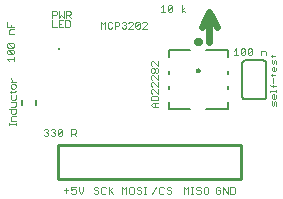
<source format=gto>
G75*
G70*
%OFA0B0*%
%FSLAX24Y24*%
%IPPOS*%
%LPD*%
%AMOC8*
5,1,8,0,0,1.08239X$1,22.5*
%
%ADD10C,0.0030*%
%ADD11C,0.0240*%
%ADD12C,0.0200*%
%ADD13C,0.0040*%
%ADD14C,0.0020*%
%ADD15C,0.0080*%
%ADD16C,0.0100*%
%ADD17C,0.0060*%
%ADD18R,0.0079X0.0079*%
D10*
X009454Y004040D02*
X009454Y004077D01*
X009675Y004077D01*
X009675Y004113D02*
X009675Y004040D01*
X009601Y003956D02*
X009564Y003956D01*
X009528Y003920D01*
X009528Y003846D01*
X009564Y003810D01*
X009638Y003810D01*
X009675Y003846D01*
X009675Y003920D01*
X009601Y003956D02*
X009601Y003810D01*
X009638Y003726D02*
X009601Y003690D01*
X009601Y003616D01*
X009564Y003580D01*
X009528Y003616D01*
X009528Y003726D01*
X009638Y003726D02*
X009675Y003690D01*
X009675Y003580D01*
X009564Y004193D02*
X009564Y004267D01*
X009564Y004347D02*
X009564Y004493D01*
X009528Y004577D02*
X009528Y004650D01*
X009491Y004614D02*
X009638Y004614D01*
X009675Y004650D01*
X009638Y004730D02*
X009564Y004730D01*
X009528Y004767D01*
X009528Y004840D01*
X009564Y004877D01*
X009601Y004877D01*
X009601Y004730D01*
X009638Y004730D02*
X009675Y004767D01*
X009675Y004840D01*
X009675Y004960D02*
X009675Y005071D01*
X009638Y005107D01*
X009601Y005071D01*
X009601Y004997D01*
X009564Y004960D01*
X009528Y004997D01*
X009528Y005107D01*
X009528Y005191D02*
X009528Y005264D01*
X009491Y005227D02*
X009638Y005227D01*
X009675Y005264D01*
X009454Y004267D02*
X009491Y004230D01*
X009675Y004230D01*
D11*
X007440Y005690D02*
X007440Y006690D01*
X007690Y006190D01*
X007190Y006190D02*
X007440Y006690D01*
D12*
X007116Y005741D02*
X007040Y005741D01*
X007040Y005665D01*
X007116Y005665D01*
X007116Y005741D01*
D13*
X007114Y000877D02*
X007037Y000877D01*
X006999Y000839D01*
X006999Y000800D01*
X007037Y000762D01*
X007114Y000762D01*
X007152Y000724D01*
X007152Y000685D01*
X007114Y000647D01*
X007037Y000647D01*
X006999Y000685D01*
X006910Y000647D02*
X006833Y000647D01*
X006871Y000647D02*
X006871Y000877D01*
X006833Y000877D02*
X006910Y000877D01*
X006738Y000877D02*
X006661Y000800D01*
X006585Y000877D01*
X006585Y000647D01*
X006738Y000647D02*
X006738Y000877D01*
X007114Y000877D02*
X007152Y000839D01*
X007247Y000839D02*
X007247Y000685D01*
X007286Y000647D01*
X007362Y000647D01*
X007401Y000685D01*
X007401Y000839D01*
X007362Y000877D01*
X007286Y000877D01*
X007247Y000839D01*
X007647Y000839D02*
X007647Y000685D01*
X007685Y000647D01*
X007762Y000647D01*
X007800Y000685D01*
X007800Y000762D01*
X007724Y000762D01*
X007896Y000647D02*
X007896Y000877D01*
X008049Y000647D01*
X008049Y000877D01*
X008144Y000877D02*
X008259Y000877D01*
X008298Y000839D01*
X008298Y000685D01*
X008259Y000647D01*
X008144Y000647D01*
X008144Y000877D01*
X007800Y000839D02*
X007762Y000877D01*
X007685Y000877D01*
X007647Y000839D01*
X006173Y000839D02*
X006134Y000877D01*
X006058Y000877D01*
X006019Y000839D01*
X006019Y000800D01*
X006058Y000762D01*
X006134Y000762D01*
X006173Y000724D01*
X006173Y000685D01*
X006134Y000647D01*
X006058Y000647D01*
X006019Y000685D01*
X005924Y000685D02*
X005886Y000647D01*
X005809Y000647D01*
X005771Y000685D01*
X005771Y000839D01*
X005809Y000877D01*
X005886Y000877D01*
X005924Y000839D01*
X005675Y000877D02*
X005522Y000647D01*
X005344Y000647D02*
X005268Y000647D01*
X005306Y000647D02*
X005306Y000877D01*
X005268Y000877D02*
X005344Y000877D01*
X005173Y000839D02*
X005134Y000877D01*
X005058Y000877D01*
X005019Y000839D01*
X005019Y000800D01*
X005058Y000762D01*
X005134Y000762D01*
X005173Y000724D01*
X005173Y000685D01*
X005134Y000647D01*
X005058Y000647D01*
X005019Y000685D01*
X004924Y000685D02*
X004924Y000839D01*
X004886Y000877D01*
X004809Y000877D01*
X004771Y000839D01*
X004771Y000685D01*
X004809Y000647D01*
X004886Y000647D01*
X004924Y000685D01*
X004675Y000647D02*
X004675Y000877D01*
X004599Y000800D01*
X004522Y000877D01*
X004522Y000647D01*
X004235Y000647D02*
X004120Y000762D01*
X004082Y000724D02*
X004235Y000877D01*
X004082Y000877D02*
X004082Y000647D01*
X003987Y000685D02*
X003948Y000647D01*
X003871Y000647D01*
X003833Y000685D01*
X003833Y000839D01*
X003871Y000877D01*
X003948Y000877D01*
X003987Y000839D01*
X003738Y000839D02*
X003700Y000877D01*
X003623Y000877D01*
X003585Y000839D01*
X003585Y000800D01*
X003623Y000762D01*
X003700Y000762D01*
X003738Y000724D01*
X003738Y000685D01*
X003700Y000647D01*
X003623Y000647D01*
X003585Y000685D01*
X003235Y000724D02*
X003235Y000877D01*
X003082Y000877D02*
X003082Y000724D01*
X003158Y000647D01*
X003235Y000724D01*
X002987Y000762D02*
X002987Y000685D01*
X002948Y000647D01*
X002871Y000647D01*
X002833Y000685D01*
X002833Y000762D02*
X002910Y000800D01*
X002948Y000800D01*
X002987Y000762D01*
X002833Y000762D02*
X002833Y000877D01*
X002987Y000877D01*
X002738Y000762D02*
X002585Y000762D01*
X002661Y000839D02*
X002661Y000685D01*
D14*
X002499Y002575D02*
X002422Y002575D01*
X002384Y002613D01*
X002537Y002766D01*
X002537Y002613D01*
X002499Y002575D01*
X002384Y002613D02*
X002384Y002766D01*
X002422Y002805D01*
X002499Y002805D01*
X002537Y002766D01*
X002307Y002766D02*
X002307Y002728D01*
X002269Y002690D01*
X002307Y002651D01*
X002307Y002613D01*
X002269Y002575D01*
X002192Y002575D01*
X002154Y002613D01*
X002077Y002613D02*
X002039Y002575D01*
X001962Y002575D01*
X001924Y002613D01*
X002000Y002690D02*
X002039Y002690D01*
X002077Y002651D01*
X002077Y002613D01*
X002039Y002690D02*
X002077Y002728D01*
X002077Y002766D01*
X002039Y002805D01*
X001962Y002805D01*
X001924Y002766D01*
X002154Y002766D02*
X002192Y002805D01*
X002269Y002805D01*
X002307Y002766D01*
X002269Y002690D02*
X002230Y002690D01*
X002844Y002651D02*
X002959Y002651D01*
X002998Y002690D01*
X002998Y002766D01*
X002959Y002805D01*
X002844Y002805D01*
X002844Y002575D01*
X002921Y002651D02*
X002998Y002575D01*
X000980Y002925D02*
X000980Y003001D01*
X000980Y002963D02*
X000749Y002963D01*
X000749Y002925D02*
X000749Y003001D01*
X000826Y003078D02*
X000826Y003193D01*
X000864Y003231D01*
X000980Y003231D01*
X000941Y003308D02*
X000864Y003308D01*
X000826Y003346D01*
X000826Y003462D01*
X000826Y003538D02*
X000941Y003538D01*
X000980Y003577D01*
X000980Y003692D01*
X000826Y003692D01*
X000864Y003768D02*
X000941Y003768D01*
X000980Y003807D01*
X000980Y003922D01*
X000941Y004037D02*
X000980Y004075D01*
X000941Y004037D02*
X000788Y004037D01*
X000826Y003999D02*
X000826Y004075D01*
X000864Y004152D02*
X000941Y004152D01*
X000980Y004190D01*
X000980Y004267D01*
X000941Y004305D01*
X000864Y004305D01*
X000826Y004267D01*
X000826Y004190D01*
X000864Y004152D01*
X000826Y003922D02*
X000826Y003807D01*
X000864Y003768D01*
X000749Y003462D02*
X000980Y003462D01*
X000980Y003346D01*
X000941Y003308D01*
X000980Y003078D02*
X000826Y003078D01*
X000826Y004382D02*
X000980Y004382D01*
X000903Y004382D02*
X000826Y004459D01*
X000826Y004497D01*
X000774Y005056D02*
X000697Y005133D01*
X000928Y005133D01*
X000928Y005209D02*
X000928Y005056D01*
X000889Y005286D02*
X000736Y005286D01*
X000697Y005324D01*
X000697Y005401D01*
X000736Y005439D01*
X000889Y005286D01*
X000928Y005324D01*
X000928Y005401D01*
X000889Y005439D01*
X000736Y005439D01*
X000736Y005516D02*
X000697Y005554D01*
X000697Y005631D01*
X000736Y005670D01*
X000889Y005516D01*
X000928Y005554D01*
X000928Y005631D01*
X000889Y005670D01*
X000736Y005670D01*
X000736Y005516D02*
X000889Y005516D01*
X000928Y005976D02*
X000774Y005976D01*
X000774Y006092D01*
X000812Y006130D01*
X000928Y006130D01*
X000928Y006207D02*
X000697Y006207D01*
X000697Y006360D01*
X000812Y006283D02*
X000812Y006207D01*
X002200Y006200D02*
X002346Y006200D01*
X002421Y006200D02*
X002567Y006200D01*
X002641Y006200D02*
X002752Y006200D01*
X002788Y006236D01*
X002788Y006383D01*
X002752Y006420D01*
X002641Y006420D01*
X002641Y006200D01*
X002494Y006310D02*
X002421Y006310D01*
X002421Y006420D02*
X002421Y006200D01*
X002200Y006200D02*
X002200Y006420D01*
X002200Y006512D02*
X002200Y006742D01*
X002315Y006742D01*
X002353Y006704D01*
X002353Y006627D01*
X002315Y006589D01*
X002200Y006589D01*
X002430Y006512D02*
X002430Y006742D01*
X002583Y006742D02*
X002583Y006512D01*
X002506Y006589D01*
X002430Y006512D01*
X002421Y006420D02*
X002567Y006420D01*
X002660Y006512D02*
X002660Y006742D01*
X002775Y006742D01*
X002813Y006704D01*
X002813Y006627D01*
X002775Y006589D01*
X002660Y006589D01*
X002737Y006589D02*
X002813Y006512D01*
X003825Y006380D02*
X003825Y006150D01*
X003978Y006150D02*
X003978Y006380D01*
X003901Y006303D01*
X003825Y006380D01*
X004055Y006341D02*
X004055Y006188D01*
X004093Y006150D01*
X004170Y006150D01*
X004208Y006188D01*
X004285Y006226D02*
X004400Y006226D01*
X004438Y006265D01*
X004438Y006341D01*
X004400Y006380D01*
X004285Y006380D01*
X004285Y006150D01*
X004515Y006188D02*
X004553Y006150D01*
X004630Y006150D01*
X004668Y006188D01*
X004668Y006226D01*
X004630Y006265D01*
X004592Y006265D01*
X004630Y006265D02*
X004668Y006303D01*
X004668Y006341D01*
X004630Y006380D01*
X004553Y006380D01*
X004515Y006341D01*
X004745Y006341D02*
X004784Y006380D01*
X004860Y006380D01*
X004899Y006341D01*
X004899Y006303D01*
X004745Y006150D01*
X004899Y006150D01*
X004975Y006188D02*
X005129Y006341D01*
X005129Y006188D01*
X005090Y006150D01*
X005014Y006150D01*
X004975Y006188D01*
X004975Y006341D01*
X005014Y006380D01*
X005090Y006380D01*
X005129Y006341D01*
X005205Y006341D02*
X005244Y006380D01*
X005321Y006380D01*
X005359Y006341D01*
X005359Y006303D01*
X005205Y006150D01*
X005359Y006150D01*
X005825Y006700D02*
X005978Y006700D01*
X005901Y006700D02*
X005901Y006930D01*
X005825Y006853D01*
X006055Y006891D02*
X006055Y006738D01*
X006208Y006891D01*
X006208Y006738D01*
X006170Y006700D01*
X006093Y006700D01*
X006055Y006738D01*
X006055Y006891D02*
X006093Y006930D01*
X006170Y006930D01*
X006208Y006891D01*
X006515Y006930D02*
X006515Y006700D01*
X006515Y006776D02*
X006630Y006853D01*
X006515Y006776D02*
X006630Y006700D01*
X008255Y005413D02*
X008332Y005490D01*
X008332Y005260D01*
X008408Y005260D02*
X008255Y005260D01*
X008485Y005298D02*
X008485Y005452D01*
X008523Y005490D01*
X008600Y005490D01*
X008638Y005452D01*
X008485Y005298D01*
X008523Y005260D01*
X008600Y005260D01*
X008638Y005298D01*
X008638Y005452D01*
X008715Y005452D02*
X008754Y005490D01*
X008830Y005490D01*
X008869Y005452D01*
X008715Y005298D01*
X008754Y005260D01*
X008830Y005260D01*
X008869Y005298D01*
X008869Y005452D01*
X008715Y005452D02*
X008715Y005298D01*
X009175Y005260D02*
X009175Y005413D01*
X009291Y005413D01*
X009329Y005375D01*
X009329Y005260D01*
X005730Y005059D02*
X005730Y004905D01*
X005576Y005059D01*
X005538Y005059D01*
X005499Y005021D01*
X005499Y004944D01*
X005538Y004905D01*
X005538Y004829D02*
X005576Y004829D01*
X005614Y004790D01*
X005614Y004714D01*
X005576Y004675D01*
X005538Y004675D01*
X005499Y004714D01*
X005499Y004790D01*
X005538Y004829D01*
X005614Y004790D02*
X005653Y004829D01*
X005691Y004829D01*
X005730Y004790D01*
X005730Y004714D01*
X005691Y004675D01*
X005653Y004675D01*
X005614Y004714D01*
X005576Y004599D02*
X005538Y004599D01*
X005499Y004560D01*
X005499Y004484D01*
X005538Y004445D01*
X005538Y004368D02*
X005499Y004330D01*
X005499Y004253D01*
X005538Y004215D01*
X005538Y004138D02*
X005499Y004100D01*
X005499Y004023D01*
X005538Y003985D01*
X005538Y003908D02*
X005499Y003870D01*
X005499Y003755D01*
X005730Y003755D01*
X005730Y003870D01*
X005691Y003908D01*
X005538Y003908D01*
X005730Y003985D02*
X005576Y004138D01*
X005538Y004138D01*
X005730Y004138D02*
X005730Y003985D01*
X005730Y004215D02*
X005576Y004368D01*
X005538Y004368D01*
X005730Y004368D02*
X005730Y004215D01*
X005730Y004445D02*
X005576Y004599D01*
X005730Y004599D02*
X005730Y004445D01*
X005730Y003678D02*
X005576Y003678D01*
X005499Y003601D01*
X005576Y003525D01*
X005730Y003525D01*
X005614Y003525D02*
X005614Y003678D01*
X004208Y006341D02*
X004170Y006380D01*
X004093Y006380D01*
X004055Y006341D01*
D15*
X006080Y005424D02*
X006080Y005188D01*
X006080Y005424D02*
X006789Y005424D01*
X007340Y005424D02*
X008049Y005424D01*
X008049Y005188D01*
X008049Y004727D02*
X008049Y004652D01*
X008049Y004231D02*
X008049Y004152D01*
X008049Y003691D02*
X008049Y003455D01*
X007340Y003455D01*
X006789Y003455D02*
X006080Y003455D01*
X006080Y003691D01*
X006080Y004152D02*
X006080Y004235D01*
X006080Y004648D02*
X006080Y004727D01*
X007015Y004740D02*
X007017Y004753D01*
X007022Y004766D01*
X007031Y004777D01*
X007042Y004784D01*
X007055Y004789D01*
X007068Y004790D01*
X007082Y004787D01*
X007094Y004781D01*
X007104Y004772D01*
X007111Y004760D01*
X007115Y004747D01*
X007115Y004733D01*
X007111Y004720D01*
X007104Y004708D01*
X007094Y004699D01*
X007082Y004693D01*
X007068Y004690D01*
X007055Y004691D01*
X007042Y004696D01*
X007031Y004703D01*
X007022Y004714D01*
X007017Y004727D01*
X007015Y004740D01*
D16*
X002388Y002260D02*
X002388Y001119D01*
X008491Y001119D01*
X008491Y002260D01*
X002388Y002260D01*
D17*
X001676Y003610D02*
X001676Y003770D01*
X001203Y003770D02*
X001203Y003610D01*
X008540Y003890D02*
X008540Y004990D01*
X008542Y005007D01*
X008546Y005024D01*
X008553Y005040D01*
X008563Y005054D01*
X008576Y005067D01*
X008590Y005077D01*
X008606Y005084D01*
X008623Y005088D01*
X008640Y005090D01*
X009240Y005090D01*
X009257Y005088D01*
X009274Y005084D01*
X009290Y005077D01*
X009304Y005067D01*
X009317Y005054D01*
X009327Y005040D01*
X009334Y005024D01*
X009338Y005007D01*
X009340Y004990D01*
X009340Y003890D01*
X009338Y003873D01*
X009334Y003856D01*
X009327Y003840D01*
X009317Y003826D01*
X009304Y003813D01*
X009290Y003803D01*
X009274Y003796D01*
X009257Y003792D01*
X009240Y003790D01*
X008640Y003790D01*
X008623Y003792D01*
X008606Y003796D01*
X008590Y003803D01*
X008576Y003813D01*
X008563Y003826D01*
X008553Y003840D01*
X008546Y003856D01*
X008542Y003873D01*
X008540Y003890D01*
D18*
X002440Y005479D03*
M02*

</source>
